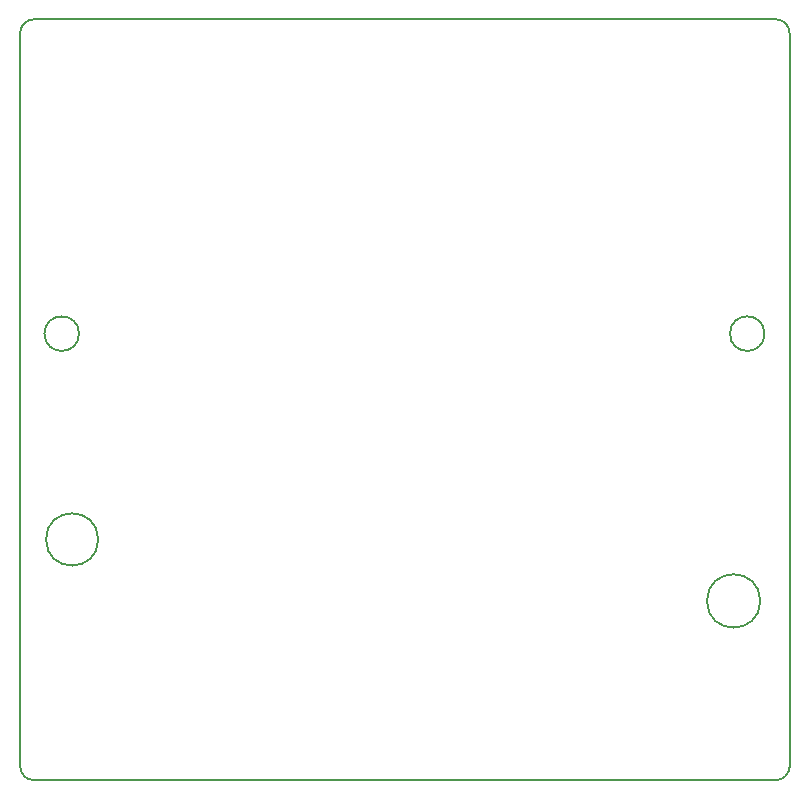
<source format=gbr>
G04 #@! TF.FileFunction,Profile,NP*
%FSLAX46Y46*%
G04 Gerber Fmt 4.6, Leading zero omitted, Abs format (unit mm)*
G04 Created by KiCad (PCBNEW 4.0.7) date 01/21/18 21:48:56*
%MOMM*%
%LPD*%
G01*
G04 APERTURE LIST*
%ADD10C,0.100000*%
%ADD11C,0.150000*%
G04 APERTURE END LIST*
D10*
D11*
X187961380Y-76262121D02*
G75*
G03X187961380Y-76262121I-1461880J0D01*
G01*
X129922380Y-76263500D02*
G75*
G03X129922380Y-76263500I-1461880J0D01*
G01*
X131549518Y-93687900D02*
G75*
G03X131549518Y-93687900I-2212718J0D01*
G01*
X187601866Y-98894900D02*
G75*
G03X187601866Y-98894900I-2258066J0D01*
G01*
X190080900Y-50800000D02*
G75*
G03X188937900Y-49657000I-1143000J0D01*
G01*
X126085600Y-49657000D02*
G75*
G03X124942600Y-50800000I0J-1143000D01*
G01*
X190080900Y-112915700D02*
G75*
G02X188937900Y-114058700I-1143000J0D01*
G01*
X124942600Y-112915700D02*
G75*
G03X126085600Y-114058700I1143000J0D01*
G01*
X190080900Y-112915700D02*
X190080900Y-50800000D01*
X126085600Y-114058700D02*
X188937900Y-114058700D01*
X124942600Y-50800000D02*
X124942600Y-112915700D01*
X188937900Y-49657000D02*
X126085600Y-49657000D01*
M02*

</source>
